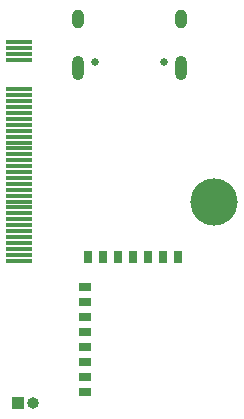
<source format=gbr>
%TF.GenerationSoftware,KiCad,Pcbnew,(5.1.8-0-10_14)*%
%TF.CreationDate,2020-11-22T12:38:21-07:00*%
%TF.ProjectId,Ellow,456c6c6f-772e-46b6-9963-61645f706362,rev?*%
%TF.SameCoordinates,Original*%
%TF.FileFunction,Soldermask,Bot*%
%TF.FilePolarity,Negative*%
%FSLAX46Y46*%
G04 Gerber Fmt 4.6, Leading zero omitted, Abs format (unit mm)*
G04 Created by KiCad (PCBNEW (5.1.8-0-10_14)) date 2020-11-22 12:38:21*
%MOMM*%
%LPD*%
G01*
G04 APERTURE LIST*
%ADD10O,1.000000X1.000000*%
%ADD11R,1.000000X1.000000*%
%ADD12C,4.000000*%
%ADD13R,2.200000X0.330000*%
%ADD14R,1.000000X0.650000*%
%ADD15R,0.650000X1.000000*%
%ADD16O,1.000000X2.100000*%
%ADD17C,0.650000*%
%ADD18O,1.000000X1.600000*%
G04 APERTURE END LIST*
D10*
%TO.C,J3*%
X227760000Y-124205000D03*
D11*
X226490000Y-124205000D03*
%TD*%
D12*
%TO.C,H1*%
X243090000Y-107205000D03*
%TD*%
D13*
%TO.C,J2*%
X226531102Y-93643757D03*
X226531102Y-94143757D03*
X226531102Y-94643757D03*
X226531102Y-95143757D03*
X226531102Y-108143757D03*
X226531102Y-108643757D03*
X226531102Y-109143757D03*
X226531102Y-109643757D03*
X226531102Y-97643757D03*
X226531102Y-98143757D03*
X226531102Y-98643757D03*
X226531102Y-99143757D03*
X226531102Y-99643757D03*
X226531102Y-100143757D03*
X226531102Y-100643757D03*
X226531102Y-101143757D03*
X226531102Y-101643757D03*
X226531102Y-102143757D03*
X226531102Y-102643757D03*
X226531102Y-103143757D03*
X226531102Y-103643757D03*
X226531102Y-104143757D03*
X226531102Y-104643757D03*
X226531102Y-105143757D03*
X226531102Y-105643757D03*
X226531102Y-106143757D03*
X226531102Y-106643757D03*
X226531102Y-107143757D03*
X226531102Y-107643757D03*
X226531102Y-110143757D03*
X226531102Y-110643757D03*
X226531102Y-111143757D03*
X226531102Y-111643757D03*
X226531102Y-112143757D03*
%TD*%
D14*
%TO.C,U2*%
X232115000Y-114379000D03*
X232115000Y-115649000D03*
X232115000Y-116919000D03*
X232115000Y-118189000D03*
X232115000Y-119459000D03*
X232115000Y-120729000D03*
X232115000Y-121999000D03*
X232115000Y-123269000D03*
D15*
X238719000Y-111839000D03*
X239989000Y-111839000D03*
X234909000Y-111839000D03*
X237449000Y-111839000D03*
X233639000Y-111839000D03*
X232369000Y-111839000D03*
X236179000Y-111839000D03*
%TD*%
D16*
%TO.C,J1*%
X231582000Y-95859000D03*
X240222000Y-95859000D03*
D17*
X238792000Y-95329000D03*
D18*
X240222000Y-91679000D03*
D17*
X233012000Y-95329000D03*
D18*
X231582000Y-91679000D03*
%TD*%
M02*

</source>
